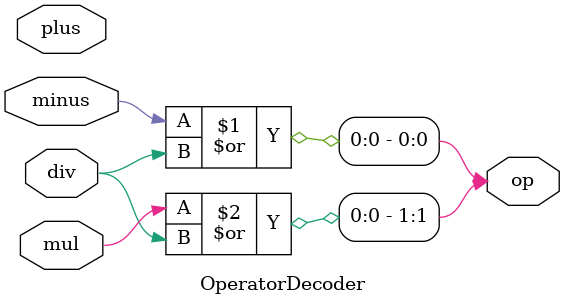
<source format=v>
`timescale 1ns / 1ps


module OperatorDecoder(
        output [1:0] op,
        input plus,minus,mul,div
    );

    assign  op = { mul | div, minus | div};

endmodule

</source>
